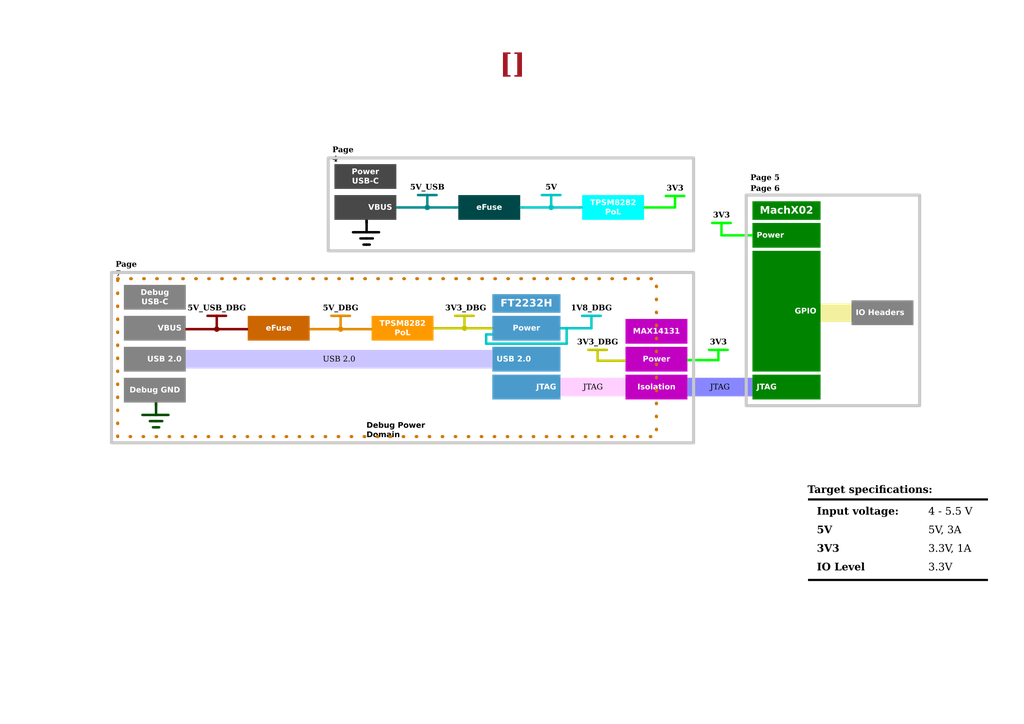
<source format=kicad_sch>
(kicad_sch
	(version 20250114)
	(generator "eeschema")
	(generator_version "9.0")
	(uuid "d4440dba-022e-49b2-97f2-6fc1871c7304")
	(paper "A3")
	(title_block
		(title "Block Diagram")
		(date "Last Modified Date")
		(rev "${REVISION}")
		(company "${COMPANY}")
	)
	(lib_symbols)
	(circle
		(center 190.5 134.62)
		(radius 1.016)
		(stroke
			(width 0)
			(type solid)
			(color 194 194 0 1)
		)
		(fill
			(type color)
			(color 194 194 0 1)
		)
		(uuid 0b05f65a-dd9f-4ded-b51d-3b5d1d7e0313)
	)
	(rectangle
		(start 45.72 111.76)
		(end 284.48 181.61)
		(stroke
			(width 1.27)
			(type default)
			(color 200 200 200 1)
		)
		(fill
			(type none)
		)
		(uuid 27e69ee0-00fa-4b2a-a06e-8efb2523a327)
	)
	(rectangle
		(start 76.2 134.62)
		(end 77.47 135.382)
		(stroke
			(width 0.25)
			(type solid)
			(color 132 0 0 1)
		)
		(fill
			(type color)
			(color 132 0 0 1)
		)
		(uuid 2b12f739-ec31-4776-a5aa-3e5f53be5c81)
	)
	(rectangle
		(start 200.66 134.239)
		(end 201.93 135.001)
		(stroke
			(width 0.25)
			(type solid)
			(color 194 194 0 1)
		)
		(fill
			(type color)
			(color 194 194 0 1)
		)
		(uuid 2cd76b71-ad1c-4229-9c72-669beca40139)
	)
	(rectangle
		(start 177.8 134.239)
		(end 179.07 135.001)
		(stroke
			(width 0.25)
			(type solid)
			(color 194 194 0 1)
		)
		(fill
			(type color)
			(color 194 194 0 1)
		)
		(uuid 2d2b7e7c-e21a-4050-b9c4-3f6d9642c3bc)
	)
	(rectangle
		(start 199.39 136.779)
		(end 201.93 137.541)
		(stroke
			(width 0.25)
			(type solid)
			(color 0 194 194 1)
		)
		(fill
			(type color)
			(color 0 194 194 1)
		)
		(uuid 2e623152-95ec-422f-9e47-b54dc992bae4)
	)
	(rectangle
		(start 237.49 84.709)
		(end 238.76 85.471)
		(stroke
			(width 0.25)
			(type solid)
			(color 0 194 194 1)
		)
		(fill
			(type color)
			(color 0 194 194 1)
		)
		(uuid 2f62d0c2-938f-4173-8311-74c7db1cba42)
	)
	(rectangle
		(start 134.62 64.77)
		(end 284.48 102.87)
		(stroke
			(width 1.27)
			(type default)
			(color 200 200 200 1)
		)
		(fill
			(type none)
		)
		(uuid 46b77ab0-981b-4a58-b16d-165109a3fd0d)
	)
	(circle
		(center 139.7 135.001)
		(radius 1.016)
		(stroke
			(width 0)
			(type solid)
			(color 221 133 0 1)
		)
		(fill
			(type color)
			(color 221 133 0 1)
		)
		(uuid 60891a2b-66d0-44a2-b191-3566f7d8db59)
	)
	(circle
		(center 88.9 135.001)
		(radius 1.016)
		(stroke
			(width 0)
			(type solid)
			(color 132 0 0 1)
		)
		(fill
			(type color)
			(color 132 0 0 1)
		)
		(uuid 67bd0ca8-5f83-41d6-9275-1c3c1a6d0581)
	)
	(circle
		(center 226.06 85.09)
		(radius 1.016)
		(stroke
			(width 0)
			(type solid)
			(color 0 194 194 1)
		)
		(fill
			(type color)
			(color 0 194 194 1)
		)
		(uuid 7210ff3f-e86b-42c1-b103-ef1cc01215e5)
	)
	(rectangle
		(start 308.61 96.139)
		(end 307.34 96.901)
		(stroke
			(width 0.25)
			(type solid)
			(color 0 255 0 1)
		)
		(fill
			(type color)
			(color 0 255 0 1)
		)
		(uuid 7e813f6e-43f5-40a5-bd62-8386e1cf53ae)
	)
	(rectangle
		(start 127 134.62)
		(end 128.27 135.382)
		(stroke
			(width 0.25)
			(type solid)
			(color 221 133 0 1)
		)
		(fill
			(type color)
			(color 221 133 0 1)
		)
		(uuid 7f80ae68-5d31-44eb-b373-ac1283738b42)
	)
	(rectangle
		(start 331.47 237.49)
		(end 405.13 238.252)
		(stroke
			(width 0)
			(type default)
			(color 0 0 0 1)
		)
		(fill
			(type color)
			(color 0 0 0 1)
		)
		(uuid 8956a1c0-282a-4b1e-927b-8bc74278d14f)
	)
	(rectangle
		(start 255.27 147.574)
		(end 256.54 148.336)
		(stroke
			(width 0.25)
			(type solid)
			(color 194 194 0 1)
		)
		(fill
			(type color)
			(color 194 194 0 1)
		)
		(uuid 937a871f-efa5-414d-8949-710ed77d75a1)
	)
	(rectangle
		(start 229.87 134.239)
		(end 231.14 135.001)
		(stroke
			(width 0.25)
			(type solid)
			(color 0 194 194 1)
		)
		(fill
			(type color)
			(color 0 194 194 1)
		)
		(uuid ae3e4ce0-2c2c-4926-a0fb-0352c6f83cb9)
	)
	(circle
		(center 175.26 85.09)
		(radius 1.016)
		(stroke
			(width 0)
			(type solid)
			(color 0 132 132 1)
		)
		(fill
			(type color)
			(color 0 132 132 1)
		)
		(uuid afa0b0c2-4630-4d2c-afe4-5d5fd498df93)
	)
	(rectangle
		(start 149.86 90.17)
		(end 150.876 91.44)
		(stroke
			(width 0.001)
			(type default)
			(color 0 0 0 1)
		)
		(fill
			(type color)
			(color 0 0 0 1)
		)
		(uuid b6cc7f49-3c12-414e-ab32-f5cac456c2ba)
	)
	(rectangle
		(start 151.13 134.62)
		(end 152.4 135.382)
		(stroke
			(width 0.25)
			(type solid)
			(color 221 133 0 1)
		)
		(fill
			(type color)
			(color 221 133 0 1)
		)
		(uuid b752bf99-7a54-4bb0-9272-384c13575a0e)
	)
	(rectangle
		(start 162.56 84.709)
		(end 163.83 85.471)
		(stroke
			(width 0.25)
			(type solid)
			(color 0 132 132 1)
		)
		(fill
			(type color)
			(color 0 132 132 1)
		)
		(uuid bb37314f-bd88-4212-9b08-f88d27d54436)
	)
	(rectangle
		(start 264.16 84.709)
		(end 265.43 85.471)
		(stroke
			(width 0.25)
			(type solid)
			(color 0 255 0 1)
		)
		(fill
			(type color)
			(color 0 255 0 1)
		)
		(uuid c887114f-bfec-43a8-b111-876c631bb17b)
	)
	(rectangle
		(start 63.5 165.1)
		(end 64.516 166.37)
		(stroke
			(width 0.001)
			(type default)
			(color 0 72 0 1)
		)
		(fill
			(type color)
			(color 0 72 0 1)
		)
		(uuid cc2f33dc-1176-4b42-bd6f-a56868a72081)
	)
	(rectangle
		(start 331.47 204.47)
		(end 405.13 205.232)
		(stroke
			(width 0)
			(type default)
			(color 0 0 0 1)
		)
		(fill
			(type color)
			(color 0 0 0 1)
		)
		(uuid d631d51a-2515-45dc-a2c0-e57c4fee46cd)
	)
	(rectangle
		(start 281.94 147.32)
		(end 283.21 148.082)
		(stroke
			(width 0.25)
			(type solid)
			(color 0 255 0 1)
		)
		(fill
			(type color)
			(color 0 255 0 1)
		)
		(uuid e8823451-aac2-4198-90fd-2c30b24ad14e)
	)
	(rectangle
		(start 186.69 84.709)
		(end 187.96 85.471)
		(stroke
			(width 0.25)
			(type solid)
			(color 0 132 132 1)
		)
		(fill
			(type color)
			(color 0 132 132 1)
		)
		(uuid ed25ba16-a52a-4a1e-82ac-7ac522d897e4)
	)
	(rectangle
		(start 100.33 134.62)
		(end 101.6 135.382)
		(stroke
			(width 0.25)
			(type solid)
			(color 132 0 0 1)
		)
		(fill
			(type color)
			(color 132 0 0 1)
		)
		(uuid ed4af569-d768-45cc-a556-c876c1b3452d)
	)
	(rectangle
		(start 213.36 84.709)
		(end 214.63 85.471)
		(stroke
			(width 0.25)
			(type solid)
			(color 0 194 194 1)
		)
		(fill
			(type color)
			(color 0 194 194 1)
		)
		(uuid ee9db66e-94f1-41a3-aa14-9dbedce0de29)
	)
	(rectangle
		(start 48.26 114.3)
		(end 269.24 179.07)
		(stroke
			(width 1.27)
			(type dot)
			(color 200 111 0 0.5)
		)
		(fill
			(type none)
		)
		(uuid fe91023e-63e5-4189-bcdf-831416f746fa)
	)
	(rectangle
		(start 306.07 80.01)
		(end 377.19 166.37)
		(stroke
			(width 1.27)
			(type default)
			(color 200 200 200 1)
		)
		(fill
			(type none)
		)
		(uuid fffdd304-36ac-4f08-b28d-e34474e92bab)
	)
	(text "3V3"
		(exclude_from_sim no)
		(at 295.91 90.424 0)
		(effects
			(font
				(face "Times New Roman")
				(size 2.286 2.286)
				(thickness 0.4572)
				(bold yes)
				(color 0 0 0 1)
			)
			(justify bottom)
		)
		(uuid "24a4e080-351a-43fd-8642-9957d7b8be7f")
	)
	(text "5V_USB"
		(exclude_from_sim no)
		(at 175.26 78.994 0)
		(effects
			(font
				(face "Times New Roman")
				(size 2.286 2.286)
				(thickness 0.4572)
				(bold yes)
				(color 0 0 0 1)
			)
			(justify bottom)
		)
		(uuid "277a8c14-1bf0-4399-b916-8eef2f89fbf1")
	)
	(text "1V8_DBG"
		(exclude_from_sim no)
		(at 242.57 128.524 0)
		(effects
			(font
				(face "Times New Roman")
				(size 2.286 2.286)
				(thickness 0.4572)
				(bold yes)
				(color 0 0 0 1)
			)
			(justify bottom)
		)
		(uuid "6b5a5b65-69b5-4f7b-831b-2ece0ca77fc6")
	)
	(text "3V3"
		(exclude_from_sim no)
		(at 276.86 79.375 0)
		(effects
			(font
				(face "Times New Roman")
				(size 2.286 2.286)
				(thickness 0.4572)
				(bold yes)
				(color 0 0 0 1)
			)
			(justify bottom)
		)
		(uuid "7ed2eaf8-0589-4af8-aff0-c2b272f1e327")
	)
	(text "3V3_DBG"
		(exclude_from_sim no)
		(at 245.11 142.494 0)
		(effects
			(font
				(face "Times New Roman")
				(size 2.286 2.286)
				(thickness 0.4572)
				(bold yes)
				(color 0 0 0 1)
			)
			(justify bottom)
		)
		(uuid "9cdbad39-b61c-49e9-bc0b-280601f06bc3")
	)
	(text "3V3_DBG"
		(exclude_from_sim no)
		(at 191.008 128.524 0)
		(effects
			(font
				(face "Times New Roman")
				(size 2.286 2.286)
				(thickness 0.4572)
				(bold yes)
				(color 0 0 0 1)
			)
			(justify bottom)
		)
		(uuid "a08d5412-8f4e-4c27-b4b8-e4a5abae54d5")
	)
	(text "5V"
		(exclude_from_sim no)
		(at 226.06 78.994 0)
		(effects
			(font
				(face "Times New Roman")
				(size 2.286 2.286)
				(thickness 0.4572)
				(bold yes)
				(color 0 0 0 1)
			)
			(justify bottom)
		)
		(uuid "a574fbe9-ecf3-4810-96c6-bc66a8eeed3e")
	)
	(text "5V_USB_DBG"
		(exclude_from_sim no)
		(at 88.9 128.524 0)
		(effects
			(font
				(face "Times New Roman")
				(size 2.286 2.286)
				(thickness 0.4572)
				(bold yes)
				(color 0 0 0 1)
			)
			(justify bottom)
		)
		(uuid "dfbaec8d-5818-41f4-939e-1b460d3e9276")
	)
	(text "5V_DBG"
		(exclude_from_sim no)
		(at 139.7 128.524 0)
		(effects
			(font
				(face "Times New Roman")
				(size 2.286 2.286)
				(thickness 0.4572)
				(bold yes)
				(color 0 0 0 1)
			)
			(justify bottom)
		)
		(uuid "f5036d2b-297b-4209-ad37-45be55e968b7")
	)
	(text "3V3"
		(exclude_from_sim no)
		(at 294.64 142.494 0)
		(effects
			(font
				(face "Times New Roman")
				(size 2.286 2.286)
				(thickness 0.4572)
				(bold yes)
				(color 0 0 0 1)
			)
			(justify bottom)
		)
		(uuid "f78f3271-9a8e-42d7-b978-6ccc9de8d536")
	)
	(text_box "5V"
		(exclude_from_sim no)
		(at 332.74 213.36 0)
		(size 41.91 7.62)
		(margins 2.2859 2.2859 2.2859 2.2859)
		(stroke
			(width -0.0001)
			(type solid)
		)
		(fill
			(type none)
		)
		(effects
			(font
				(face "Times New Roman")
				(size 3.048 3.048)
				(thickness 0.4572)
				(bold yes)
				(color 0 0 0 1)
			)
			(justify left top)
		)
		(uuid "094af17b-7d27-428a-ac7d-32c4461d72c7")
	)
	(text_box "Page 6"
		(exclude_from_sim no)
		(at 306.07 74.295 0)
		(size 24.765 5.08)
		(margins 1.7144 1.7144 1.7144 1.7144)
		(stroke
			(width -0.0001)
			(type solid)
		)
		(fill
			(type none)
		)
		(effects
			(font
				(face "Times New Roman")
				(size 2.286 2.286)
				(thickness 0.4572)
				(bold yes)
				(color 0 0 0 1)
			)
			(justify left top)
			(href "#6")
		)
		(uuid "099e5a8e-43e2-4876-9ceb-0c190a31c346")
	)
	(text_box "GPIO"
		(exclude_from_sim no)
		(at 308.61 102.87 0)
		(size 27.94 49.53)
		(margins 1.7144 1.7144 1.7144 1.7144)
		(stroke
			(width -0.0001)
			(type solid)
		)
		(fill
			(type color)
			(color 0 132 0 1)
		)
		(effects
			(font
				(face "Arial")
				(size 2.286 2.286)
				(bold yes)
				(color 255 255 255 1)
			)
			(justify right)
		)
		(uuid "0a437878-396d-4cde-9363-346102010cea")
	)
	(text_box "TPSM8282 PoL"
		(exclude_from_sim no)
		(at 238.76 80.01 0)
		(size 25.4 10.16)
		(margins 1.7144 1.7144 1.7144 1.7144)
		(stroke
			(width -0.0001)
			(type solid)
		)
		(fill
			(type color)
			(color 0 255 255 1)
		)
		(effects
			(font
				(face "Arial")
				(size 2.286 2.286)
				(bold yes)
				(color 255 255 255 1)
			)
		)
		(uuid "0bcef93b-e612-423a-a300-deed1156dd16")
	)
	(text_box "eFuse"
		(exclude_from_sim no)
		(at 187.96 80.01 0)
		(size 25.4 10.16)
		(margins 1.7144 1.7144 1.7144 1.7144)
		(stroke
			(width -0.0001)
			(type solid)
		)
		(fill
			(type color)
			(color 0 72 72 1)
		)
		(effects
			(font
				(face "Arial")
				(size 2.286 2.286)
				(bold yes)
				(color 255 255 255 1)
			)
		)
		(uuid "0c7cdb8b-8722-4bd3-af27-970392968c2e")
	)
	(text_box "JTAG"
		(exclude_from_sim no)
		(at 281.94 154.94 0)
		(size 26.67 7.62)
		(margins 1.7144 1.7144 1.7144 1.7144)
		(stroke
			(width -0.0001)
			(type solid)
		)
		(fill
			(type color)
			(color 136 135 255 1)
		)
		(effects
			(font
				(face "Times New Roman")
				(size 2.286 2.286)
				(italic yes)
				(color 0 0 0 1)
			)
		)
		(uuid "0ec50ac6-bccc-43a8-8ef8-cfce257f601f")
	)
	(text_box "JTAG"
		(exclude_from_sim no)
		(at 308.61 153.67 0)
		(size 27.94 10.16)
		(margins 1.7144 1.7144 1.7144 1.7144)
		(stroke
			(width -0.0001)
			(type solid)
		)
		(fill
			(type color)
			(color 0 132 0 1)
		)
		(effects
			(font
				(face "Arial")
				(size 2.286 2.286)
				(bold yes)
				(color 255 255 255 1)
			)
			(justify left)
		)
		(uuid "12f1cdf7-59dc-4ecd-8fb6-0f8b574fcf1a")
	)
	(text_box "Page 5"
		(exclude_from_sim no)
		(at 306.07 69.85 0)
		(size 24.765 5.08)
		(margins 1.7144 1.7144 1.7144 1.7144)
		(stroke
			(width -0.0001)
			(type solid)
		)
		(fill
			(type none)
		)
		(effects
			(font
				(face "Times New Roman")
				(size 2.286 2.286)
				(thickness 0.4572)
				(bold yes)
				(color 0 0 0 1)
			)
			(justify left top)
			(href "#5")
		)
		(uuid "144c34b2-02e7-4bd4-ba85-ee2dbbbde65b")
	)
	(text_box "3V3"
		(exclude_from_sim no)
		(at 332.74 220.98 0)
		(size 43.18 7.62)
		(margins 2.2859 2.2859 2.2859 2.2859)
		(stroke
			(width -0.0001)
			(type solid)
		)
		(fill
			(type none)
		)
		(effects
			(font
				(face "Times New Roman")
				(size 3.048 3.048)
				(thickness 0.4572)
				(bold yes)
				(color 0 0 0 1)
			)
			(justify left top)
		)
		(uuid "16ff5c12-a59a-498f-9a58-8440cea84b9d")
	)
	(text_box "JTAG"
		(exclude_from_sim no)
		(at 229.87 154.94 0)
		(size 26.67 7.62)
		(margins 1.7144 1.7144 1.7144 1.7144)
		(stroke
			(width -0.0001)
			(type solid)
		)
		(fill
			(type color)
			(color 255 207 255 1)
		)
		(effects
			(font
				(face "Times New Roman")
				(size 2.286 2.286)
				(italic yes)
				(color 0 0 0 1)
			)
		)
		(uuid "1e8e4ca5-0259-4f35-8342-be5dcb922d3f")
	)
	(text_box "eFuse"
		(exclude_from_sim no)
		(at 101.6 129.54 0)
		(size 25.4 10.16)
		(margins 1.7144 1.7144 1.7144 1.7144)
		(stroke
			(width -0.0001)
			(type solid)
		)
		(fill
			(type color)
			(color 204 102 0 1)
		)
		(effects
			(font
				(face "Arial")
				(size 2.286 2.286)
				(bold yes)
				(color 255 255 255 1)
			)
		)
		(uuid "1f676e21-8d4a-453f-8a65-d6b1cf80d2a9")
	)
	(text_box "Power USB-C"
		(exclude_from_sim no)
		(at 137.16 67.31 0)
		(size 25.4 10.16)
		(margins 1.7144 1.7144 1.7144 1.7144)
		(stroke
			(width -0.0001)
			(type solid)
		)
		(fill
			(type color)
			(color 72 72 72 1)
		)
		(effects
			(font
				(face "Arial")
				(size 2.286 2.286)
				(bold yes)
				(color 255 255 255 1)
			)
		)
		(uuid "337abe67-4232-4d2f-9058-30779432a7a0")
	)
	(text_box "FT2232H"
		(exclude_from_sim no)
		(at 201.93 120.65 0)
		(size 27.94 7.62)
		(margins 2.2859 2.2859 2.2859 2.2859)
		(stroke
			(width -0.0001)
			(type solid)
		)
		(fill
			(type color)
			(color 74 155 203 1)
		)
		(effects
			(font
				(face "Arial")
				(size 3.048 3.048)
				(bold yes)
				(color 255 255 255 1)
			)
		)
		(uuid "343cdd87-de8f-4478-a7f5-64a161262aaa")
	)
	(text_box "Input voltage:"
		(exclude_from_sim no)
		(at 332.74 205.74 0)
		(size 41.91 7.62)
		(margins 2.2859 2.2859 2.2859 2.2859)
		(stroke
			(width -0.0001)
			(type default)
		)
		(fill
			(type none)
		)
		(effects
			(font
				(face "Times New Roman")
				(size 3.048 3.048)
				(thickness 0.4572)
				(bold yes)
				(color 0 0 0 1)
			)
			(justify left top)
		)
		(uuid "347e7e61-7c93-449c-8c65-b1d74937394e")
	)
	(text_box "3.3V"
		(exclude_from_sim no)
		(at 378.46 228.6 0)
		(size 26.67 7.62)
		(margins 2.2859 2.2859 2.2859 2.2859)
		(stroke
			(width -0.0001)
			(type solid)
		)
		(fill
			(type none)
		)
		(effects
			(font
				(face "Times New Roman")
				(size 3.048 3.048)
				(color 0 0 0 1)
			)
			(justify left top)
		)
		(uuid "37354c60-dbdb-4aa1-a2b0-e6db1fd7a12e")
	)
	(text_box "3.3V, 1A"
		(exclude_from_sim no)
		(at 378.46 220.98 0)
		(size 26.67 7.62)
		(margins 2.2859 2.2859 2.2859 2.2859)
		(stroke
			(width -0.0001)
			(type solid)
		)
		(fill
			(type none)
		)
		(effects
			(font
				(face "Times New Roman")
				(size 3.048 3.048)
				(color 0 0 0 1)
			)
			(justify left top)
		)
		(uuid "3d9a8928-04fd-4c32-8894-e3210045027d")
	)
	(text_box "JTAG"
		(exclude_from_sim no)
		(at 201.93 153.67 0)
		(size 27.94 10.16)
		(margins 1.7144 1.7144 1.7144 1.7144)
		(stroke
			(width -0.0001)
			(type solid)
		)
		(fill
			(type color)
			(color 74 155 203 1)
		)
		(effects
			(font
				(face "Arial")
				(size 2.286 2.286)
				(bold yes)
				(color 255 255 255 1)
			)
			(justify right)
		)
		(uuid "50f3167e-d782-49e1-bdd6-bbf9d1bb4c20")
	)
	(text_box "Debug Power Domain"
		(exclude_from_sim no)
		(at 148.59 171.45 0)
		(size 36.83 6.35)
		(margins 1.7144 1.7144 1.7144 1.7144)
		(stroke
			(width -0.0001)
			(type solid)
		)
		(fill
			(type none)
		)
		(effects
			(font
				(face "Arial")
				(size 2.286 2.286)
				(thickness 0.254)
				(bold yes)
				(color 0 0 0 1)
			)
			(justify left top)
		)
		(uuid "55da071a-53cc-469d-81bd-fbd3ddd5120c")
	)
	(text_box "Page 7"
		(exclude_from_sim no)
		(at 45.72 105.41 0)
		(size 13.97 5.08)
		(margins 1.7144 1.7144 1.7144 1.7144)
		(stroke
			(width -0.0001)
			(type solid)
		)
		(fill
			(type none)
		)
		(effects
			(font
				(face "Times New Roman")
				(size 2.286 2.286)
				(thickness 0.4572)
				(bold yes)
				(color 0 0 0 1)
			)
			(justify left top)
			(href "#7")
		)
		(uuid "5abbc5c6-41e5-415e-bd98-64dd5c28ce64")
	)
	(text_box "Page 4"
		(exclude_from_sim no)
		(at 134.62 58.42 0)
		(size 13.97 5.08)
		(margins 1.7144 1.7144 1.7144 1.7144)
		(stroke
			(width -0.0001)
			(type solid)
		)
		(fill
			(type none)
		)
		(effects
			(font
				(face "Times New Roman")
				(size 2.286 2.286)
				(thickness 0.4572)
				(bold yes)
				(color 0 0 0 1)
			)
			(justify left top)
			(href "#4")
		)
		(uuid "5f7a0363-be7d-4b6f-9183-a7ad7c346645")
	)
	(text_box "USB 2.0"
		(exclude_from_sim no)
		(at 201.93 142.24 0)
		(size 27.94 10.16)
		(margins 1.7144 1.7144 1.7144 1.7144)
		(stroke
			(width -0.0001)
			(type solid)
		)
		(fill
			(type color)
			(color 74 155 203 1)
		)
		(effects
			(font
				(face "Arial")
				(size 2.286 2.286)
				(bold yes)
				(color 255 255 255 1)
			)
			(justify left)
		)
		(uuid "6fe77391-dc69-4b30-a68d-64d9f5a782a5")
	)
	(text_box "[${#}] ${SHEETNAME}"
		(exclude_from_sim no)
		(at 144.78 20.32 0)
		(size 130.81 12.7)
		(margins 5.9999 5.9999 5.9999 5.9999)
		(stroke
			(width -0.0001)
			(type solid)
		)
		(fill
			(type none)
		)
		(effects
			(font
				(face "Times New Roman")
				(size 8 8)
				(thickness 1.2)
				(bold yes)
				(color 162 22 34 1)
			)
		)
		(uuid "73b2b29c-2473-4e80-be0b-4f57c6856c3e")
	)
	(text_box "Power"
		(exclude_from_sim no)
		(at 308.61 91.44 0)
		(size 27.94 10.16)
		(margins 1.7144 1.7144 1.7144 1.7144)
		(stroke
			(width -0.0001)
			(type solid)
		)
		(fill
			(type color)
			(color 0 132 0 1)
		)
		(effects
			(font
				(face "Arial")
				(size 2.286 2.286)
				(bold yes)
				(color 255 255 255 1)
			)
			(justify left)
		)
		(uuid "8584ce3f-3c65-481a-a250-112f2a1bd127")
	)
	(text_box "Target specifications:"
		(exclude_from_sim no)
		(at 328.93 196.85 0)
		(size 73.66 7.62)
		(margins 2.2859 2.2859 2.2859 2.2859)
		(stroke
			(width -0.0001)
			(type default)
		)
		(fill
			(type none)
		)
		(effects
			(font
				(face "Times New Roman")
				(size 3.048 3.048)
				(thickness 0.4572)
				(bold yes)
				(color 0 0 0 1)
			)
			(justify left top)
		)
		(uuid "874bfc99-fafe-40d4-b7af-9ddb98b61eea")
	)
	(text_box "5V, 3A"
		(exclude_from_sim no)
		(at 378.46 213.36 0)
		(size 26.67 7.62)
		(margins 2.2859 2.2859 2.2859 2.2859)
		(stroke
			(width -0.0001)
			(type solid)
		)
		(fill
			(type none)
		)
		(effects
			(font
				(face "Times New Roman")
				(size 3.048 3.048)
				(color 0 0 0 1)
			)
			(justify left top)
		)
		(uuid "8d13c5b4-c5e0-49ad-8e30-5a14333c15f4")
	)
	(text_box "MachX02"
		(exclude_from_sim no)
		(at 308.61 82.55 0)
		(size 27.94 7.62)
		(margins 2.2859 2.2859 2.2859 2.2859)
		(stroke
			(width -0.0001)
			(type solid)
		)
		(fill
			(type color)
			(color 0 132 0 1)
		)
		(effects
			(font
				(face "Arial")
				(size 3.048 3.048)
				(bold yes)
				(color 255 255 255 1)
			)
		)
		(uuid "9aa14eea-e1de-4fb1-a496-803410321983")
	)
	(text_box "Power"
		(exclude_from_sim no)
		(at 201.93 129.54 0)
		(size 27.94 10.16)
		(margins 1.7144 1.7144 1.7144 1.7144)
		(stroke
			(width -0.0001)
			(type solid)
		)
		(fill
			(type color)
			(color 74 155 203 1)
		)
		(effects
			(font
				(face "Arial")
				(size 2.286 2.286)
				(bold yes)
				(color 255 255 255 1)
			)
		)
		(uuid "a667946b-0686-45a6-bda4-60cc1a543d41")
	)
	(text_box "4 - 5.5 V"
		(exclude_from_sim no)
		(at 378.46 205.74 0)
		(size 29.21 7.62)
		(margins 2.2859 2.2859 2.2859 2.2859)
		(stroke
			(width -0.0001)
			(type solid)
		)
		(fill
			(type none)
		)
		(effects
			(font
				(face "Times New Roman")
				(size 3.048 3.048)
				(color 0 0 0 1)
			)
			(justify left top)
		)
		(uuid "aa388299-5267-444a-a70f-fbbbf3a9efdc")
	)
	(text_box "USB 2.0"
		(exclude_from_sim no)
		(at 76.2 143.51 0)
		(size 125.73 7.62)
		(margins 1.7144 1.7144 1.7144 1.7144)
		(stroke
			(width -0.0001)
			(type solid)
		)
		(fill
			(type color)
			(color 202 196 255 1)
		)
		(effects
			(font
				(face "Times New Roman")
				(size 2.286 2.286)
				(italic yes)
				(color 0 0 0 1)
			)
		)
		(uuid "aa998d6e-e21f-4fd9-aba4-857d1e21f78f")
	)
	(text_box "TPSM8282 PoL"
		(exclude_from_sim no)
		(at 152.4 129.54 0)
		(size 25.4 10.16)
		(margins 1.7144 1.7144 1.7144 1.7144)
		(stroke
			(width -0.0001)
			(type solid)
		)
		(fill
			(type color)
			(color 255 153 0 1)
		)
		(effects
			(font
				(face "Arial")
				(size 2.286 2.286)
				(bold yes)
				(color 255 255 255 1)
			)
		)
		(uuid "b697ebd6-dd92-497a-b40d-cb12db80e825")
	)
	(text_box "USB 2.0"
		(exclude_from_sim no)
		(at 50.8 142.24 0)
		(size 25.4 10.16)
		(margins 1.7144 1.7144 1.7144 1.7144)
		(stroke
			(width -0.0001)
			(type solid)
		)
		(fill
			(type color)
			(color 132 132 132 1)
		)
		(effects
			(font
				(face "Arial")
				(size 2.286 2.286)
				(bold yes)
				(color 255 255 255 1)
			)
			(justify right)
		)
		(uuid "c721dd6d-b0d1-4f36-81b4-f3cde5bf4761")
	)
	(text_box "Debug USB-C"
		(exclude_from_sim no)
		(at 50.8 116.84 0)
		(size 25.4 10.16)
		(margins 1.7144 1.7144 1.7144 1.7144)
		(stroke
			(width -0.0001)
			(type solid)
		)
		(fill
			(type color)
			(color 132 132 132 1)
		)
		(effects
			(font
				(face "Arial")
				(size 2.286 2.286)
				(bold yes)
				(color 255 255 255 1)
			)
		)
		(uuid "c721e14f-f655-4cc5-807c-1bc3d71486f8")
	)
	(text_box "VBUS"
		(exclude_from_sim no)
		(at 50.8 129.54 0)
		(size 25.4 10.16)
		(margins 1.7144 1.7144 1.7144 1.7144)
		(stroke
			(width -0.0001)
			(type solid)
		)
		(fill
			(type color)
			(color 132 132 132 1)
		)
		(effects
			(font
				(face "Arial")
				(size 2.286 2.286)
				(bold yes)
				(color 255 255 255 1)
			)
			(justify right)
		)
		(uuid "c8c0e7d1-234f-4ee5-aa83-5e9cd346f707")
	)
	(text_box "Debug GND"
		(exclude_from_sim no)
		(at 50.8 154.94 0)
		(size 25.4 10.16)
		(margins 1.7144 1.7144 1.7144 1.7144)
		(stroke
			(width -0.0001)
			(type solid)
		)
		(fill
			(type color)
			(color 132 132 132 1)
		)
		(effects
			(font
				(face "Arial")
				(size 2.286 2.286)
				(bold yes)
				(color 255 255 255 1)
			)
		)
		(uuid "da09c47d-8bd0-48d8-a041-9071faf76ff0")
	)
	(text_box "Isolation"
		(exclude_from_sim no)
		(at 256.54 153.67 0)
		(size 25.4 10.16)
		(margins 1.7144 1.7144 1.7144 1.7144)
		(stroke
			(width -0.0001)
			(type solid)
		)
		(fill
			(type color)
			(color 194 0 194 1)
		)
		(effects
			(font
				(face "Arial")
				(size 2.286 2.286)
				(bold yes)
				(color 255 255 255 1)
			)
		)
		(uuid "dfbb14e2-7ed7-4ab1-a30c-2cbf010b537f")
	)
	(text_box "IO Headers"
		(exclude_from_sim no)
		(at 349.25 123.19 0)
		(size 25.4 10.16)
		(margins 1.7144 1.7144 1.7144 1.7144)
		(stroke
			(width -0.0001)
			(type solid)
		)
		(fill
			(type color)
			(color 132 132 132 1)
		)
		(effects
			(font
				(face "Arial")
				(size 2.286 2.286)
				(bold yes)
				(color 255 255 255 1)
			)
			(justify left)
		)
		(uuid "e1be3eb0-38e3-4739-9914-96145a78f203")
	)
	(text_box "VBUS"
		(exclude_from_sim no)
		(at 137.16 80.01 0)
		(size 25.4 10.16)
		(margins 1.7144 1.7144 1.7144 1.7144)
		(stroke
			(width -0.0001)
			(type solid)
		)
		(fill
			(type color)
			(color 72 72 72 1)
		)
		(effects
			(font
				(face "Arial")
				(size 2.286 2.286)
				(bold yes)
				(color 255 255 255 1)
			)
			(justify right)
		)
		(uuid "e1f604cd-4207-4fe6-a6de-7b3b3c6c8130")
	)
	(text_box "MAX14131"
		(exclude_from_sim no)
		(at 256.54 130.81 0)
		(size 25.4 10.16)
		(margins 1.7144 1.7144 1.7144 1.7144)
		(stroke
			(width -0.0001)
			(type solid)
		)
		(fill
			(type color)
			(color 194 0 194 1)
		)
		(effects
			(font
				(face "Arial")
				(size 2.286 2.286)
				(bold yes)
				(color 255 255 255 1)
			)
		)
		(uuid "e33adafb-cabd-4d82-811d-37773abc0133")
	)
	(text_box ""
		(exclude_from_sim no)
		(at 336.55 124.46 0)
		(size 12.7 7.62)
		(margins 1.1429 1.1429 1.1429 1.1429)
		(stroke
			(width -0.0001)
			(type solid)
		)
		(fill
			(type color)
			(color 243 240 160 1)
		)
		(effects
			(font
				(face "Times New Roman")
				(size 1.524 1.524)
				(italic yes)
				(color 0 0 0 1)
			)
		)
		(uuid "f514b07d-28a4-4ee3-8546-44ad4be30388")
	)
	(text_box "IO Level"
		(exclude_from_sim no)
		(at 332.74 228.6 0)
		(size 44.45 7.62)
		(margins 2.2859 2.2859 2.2859 2.2859)
		(stroke
			(width -0.0001)
			(type solid)
		)
		(fill
			(type none)
		)
		(effects
			(font
				(face "Times New Roman")
				(size 3.048 3.048)
				(thickness 0.4572)
				(bold yes)
				(color 0 0 0 1)
			)
			(justify left top)
		)
		(uuid "f73ecd5d-28d4-4dc6-ad8d-2c156959b733")
	)
	(text_box "Power"
		(exclude_from_sim no)
		(at 256.54 142.24 0)
		(size 25.4 10.16)
		(margins 1.7144 1.7144 1.7144 1.7144)
		(stroke
			(width -0.0001)
			(type solid)
		)
		(fill
			(type color)
			(color 194 0 194 1)
		)
		(effects
			(font
				(face "Arial")
				(size 2.286 2.286)
				(bold yes)
				(color 255 255 255 1)
			)
		)
		(uuid "fdae1665-bb74-4636-9757-d49d8072cee4")
	)
	(polyline
		(pts
			(xy 255.27 147.955) (xy 245.11 147.955)
		)
		(stroke
			(width 1.016)
			(type solid)
			(color 194 194 0 1)
		)
		(uuid "001d8a16-1192-460e-9178-8e9b9f27e43a")
	)
	(polyline
		(pts
			(xy 248.92 143.51) (xy 245.11 143.51)
		)
		(stroke
			(width 1.016)
			(type solid)
			(color 194 194 0 1)
		)
		(uuid "0078899f-8874-4a6e-8473-bf75b2afe449")
	)
	(polyline
		(pts
			(xy 175.26 85.09) (xy 186.69 85.09)
		)
		(stroke
			(width 1.016)
			(type solid)
			(color 0 132 132 1)
		)
		(uuid "022d3b8e-1328-459c-8622-c3b6af87b07c")
	)
	(polyline
		(pts
			(xy 226.06 80.01) (xy 229.87 80.01)
		)
		(stroke
			(width 1.016)
			(type solid)
			(color 0 194 194 1)
		)
		(uuid "02c7f232-58ff-486c-82c0-b97af9f528ee")
	)
	(polyline
		(pts
			(xy 150.368 100.33) (xy 149.098 100.33)
		)
		(stroke
			(width 1.016)
			(type default)
			(color 0 0 0 1)
		)
		(uuid "056bd060-e17b-4146-bac9-683b8edfdccf")
	)
	(polyline
		(pts
			(xy 128.27 135.001) (xy 139.7 135.001)
		)
		(stroke
			(width 1.016)
			(type solid)
			(color 221 133 0 1)
		)
		(uuid "075d3902-2026-4cee-9054-f5493a3ebf19")
	)
	(polyline
		(pts
			(xy 226.06 85.09) (xy 237.49 85.09)
		)
		(stroke
			(width 1.016)
			(type solid)
			(color 0 194 194 1)
		)
		(uuid "0cc22512-9a16-4585-94a3-4ccb3127945c")
	)
	(polyline
		(pts
			(xy 150.368 97.79) (xy 147.828 97.79)
		)
		(stroke
			(width 1.016)
			(type default)
			(color 0 0 0 1)
		)
		(uuid "100775f5-2a2f-4772-8069-9bb45eb4d5c1")
	)
	(polyline
		(pts
			(xy 144.78 95.25) (xy 150.368 95.25)
		)
		(stroke
			(width 1.016)
			(type default)
			(color 0 0 0 1)
		)
		(uuid "1ea34c70-a3f2-4582-b848-845b89b0ffda")
	)
	(polyline
		(pts
			(xy 190.5 129.54) (xy 190.5 134.62)
		)
		(stroke
			(width 1.016)
			(type solid)
			(color 194 194 0 1)
		)
		(uuid "22aa38f8-ea2a-4af9-a4da-1189b4a44b3d")
	)
	(polyline
		(pts
			(xy 64.008 175.26) (xy 62.738 175.26)
		)
		(stroke
			(width 1.016)
			(type default)
			(color 0 72 0 1)
		)
		(uuid "22dacf07-eacf-4beb-ba02-5c823117e4b9")
	)
	(polyline
		(pts
			(xy 88.9 129.54) (xy 92.71 129.54)
		)
		(stroke
			(width 1.016)
			(type solid)
			(color 132 0 0 1)
		)
		(uuid "25a16bfc-7c4f-4329-a3c1-51e7acb7f658")
	)
	(polyline
		(pts
			(xy 190.5 129.54) (xy 186.69 129.54)
		)
		(stroke
			(width 1.016)
			(type solid)
			(color 194 194 0 1)
		)
		(uuid "27f25a14-c85f-4575-9fe0-8d296f6e8e7e")
	)
	(polyline
		(pts
			(xy 179.07 134.62) (xy 190.5 134.62)
		)
		(stroke
			(width 1.016)
			(type solid)
			(color 194 194 0 1)
		)
		(uuid "2cfdd3fd-ad87-4b47-b29d-11a6372d7e21")
	)
	(polyline
		(pts
			(xy 151.638 100.33) (xy 150.368 100.33)
		)
		(stroke
			(width 1.016)
			(type default)
			(color 0 0 0 1)
		)
		(uuid "2f717594-df66-4dd6-8c94-2e74c409b667")
	)
	(polyline
		(pts
			(xy 283.21 147.701) (xy 294.64 147.701)
		)
		(stroke
			(width 1.016)
			(type solid)
			(color 0 255 0 1)
		)
		(uuid "33f730d9-2a6c-495f-9629-9dfba86a5331")
	)
	(polyline
		(pts
			(xy 58.42 170.18) (xy 64.008 170.18)
		)
		(stroke
			(width 1.016)
			(type default)
			(color 0 72 0 1)
		)
		(uuid "35859f35-34f8-4550-b3b8-0db94a1a68a0")
	)
	(polyline
		(pts
			(xy 242.57 129.54) (xy 242.57 134.62)
		)
		(stroke
			(width 1.016)
			(type solid)
			(color 0 194 194 1)
		)
		(uuid "38a54d7e-0b0d-4a9b-b83d-3a9ccf5e09af")
	)
	(polyline
		(pts
			(xy 85.09 129.54) (xy 88.9 129.54)
		)
		(stroke
			(width 1.016)
			(type solid)
			(color 132 0 0 1)
		)
		(uuid "38c72f10-f775-4b61-81e0-12d262a93bfd")
	)
	(polyline
		(pts
			(xy 276.86 80.391) (xy 276.86 85.09)
		)
		(stroke
			(width 1.016)
			(type solid)
			(color 0 255 0 1)
		)
		(uuid "38e4f929-7840-4dfb-a12d-a3b3f84799cc")
	)
	(polyline
		(pts
			(xy 295.91 91.44) (xy 299.72 91.44)
		)
		(stroke
			(width 1.016)
			(type solid)
			(color 0 255 0 1)
		)
		(uuid "3d484a79-1a5c-4af5-b0f5-ce70a2fb08ea")
	)
	(polyline
		(pts
			(xy 232.41 140.97) (xy 199.39 140.97)
		)
		(stroke
			(width 1.016)
			(type solid)
			(color 0 194 194 1)
		)
		(uuid "42cf859d-d4de-477a-b978-b24eb289906c")
	)
	(polyline
		(pts
			(xy 88.9 129.54) (xy 88.9 135.001)
		)
		(stroke
			(width 1.016)
			(type solid)
			(color 132 0 0 1)
		)
		(uuid "43ba294e-8d03-4dd0-bfa6-4978c9f13250")
	)
	(polyline
		(pts
			(xy 65.278 175.26) (xy 64.008 175.26)
		)
		(stroke
			(width 1.016)
			(type default)
			(color 0 72 0 1)
		)
		(uuid "46a1df06-b50a-4cad-b45d-24656b3453f6")
	)
	(polyline
		(pts
			(xy 276.86 80.391) (xy 273.05 80.391)
		)
		(stroke
			(width 1.016)
			(type solid)
			(color 0 255 0 1)
		)
		(uuid "4a545ecd-5ca7-4a54-9d56-b71c2244b6b1")
	)
	(polyline
		(pts
			(xy 226.06 80.01) (xy 226.06 85.09)
		)
		(stroke
			(width 1.016)
			(type solid)
			(color 0 194 194 1)
		)
		(uuid "4f8b356c-b385-457c-8fc8-b92846280863")
	)
	(polyline
		(pts
			(xy 163.83 85.09) (xy 175.26 85.09)
		)
		(stroke
			(width 1.016)
			(type solid)
			(color 0 132 132 1)
		)
		(uuid "503e0513-bb05-4079-9caa-97768625e3a8")
	)
	(polyline
		(pts
			(xy 175.26 80.01) (xy 179.07 80.01)
		)
		(stroke
			(width 1.016)
			(type solid)
			(color 0 132 132 1)
		)
		(uuid "504bd513-1b76-496e-a6d3-9e4781b373fd")
	)
	(polyline
		(pts
			(xy 139.7 135.001) (xy 151.13 135.001)
		)
		(stroke
			(width 1.016)
			(type solid)
			(color 221 133 0 1)
		)
		(uuid "569f56f6-da65-428a-a85d-97d7f3d40097")
	)
	(polyline
		(pts
			(xy 150.368 95.25) (xy 155.448 95.25)
		)
		(stroke
			(width 1.016)
			(type default)
			(color 0 0 0 1)
		)
		(uuid "5c6f591a-3dc7-4010-b452-2031a3860037")
	)
	(polyline
		(pts
			(xy 150.368 91.44) (xy 150.368 95.25)
		)
		(stroke
			(width 1.016)
			(type default)
			(color 0 0 0 1)
		)
		(uuid "60af3ab9-b902-4b36-be38-3422dd3e1848")
	)
	(polyline
		(pts
			(xy 231.14 134.62) (xy 232.41 134.62)
		)
		(stroke
			(width 1.016)
			(type solid)
			(color 0 194 194 1)
		)
		(uuid "650a008a-767b-4a12-aef8-12314a9b4766")
	)
	(polyline
		(pts
			(xy 280.67 80.391) (xy 276.86 80.391)
		)
		(stroke
			(width 1.016)
			(type solid)
			(color 0 255 0 1)
		)
		(uuid "6c54b713-3567-4f27-9a28-cefac9f85960")
	)
	(polyline
		(pts
			(xy 135.89 129.54) (xy 139.7 129.54)
		)
		(stroke
			(width 1.016)
			(type solid)
			(color 221 133 0 1)
		)
		(uuid "6eb3e307-49fb-4a99-bc2a-145b1d26f258")
	)
	(polyline
		(pts
			(xy 245.11 143.51) (xy 245.11 147.955)
		)
		(stroke
			(width 1.016)
			(type solid)
			(color 194 194 0 1)
		)
		(uuid "7576fdec-6058-4e14-b779-660215150544")
	)
	(polyline
		(pts
			(xy 294.64 143.51) (xy 290.83 143.51)
		)
		(stroke
			(width 1.016)
			(type solid)
			(color 0 255 0 1)
		)
		(uuid "78ca9349-6414-4234-af12-ce756a60d302")
	)
	(polyline
		(pts
			(xy 232.41 134.62) (xy 242.57 134.62)
		)
		(stroke
			(width 1.016)
			(type solid)
			(color 0 194 194 1)
		)
		(uuid "7b7585c4-c221-48a9-b6af-5df144c97463")
	)
	(polyline
		(pts
			(xy 265.43 85.09) (xy 276.86 85.09)
		)
		(stroke
			(width 1.016)
			(type solid)
			(color 0 255 0 1)
		)
		(uuid "7ddfc156-f8ad-499f-accb-c7a45e99bc1a")
	)
	(polyline
		(pts
			(xy 139.7 129.54) (xy 139.7 135.001)
		)
		(stroke
			(width 1.016)
			(type solid)
			(color 221 133 0 1)
		)
		(uuid "81409027-63d4-4c11-bd27-984e6475d8a4")
	)
	(polyline
		(pts
			(xy 171.45 80.01) (xy 175.26 80.01)
		)
		(stroke
			(width 1.016)
			(type solid)
			(color 0 132 132 1)
		)
		(uuid "8b254180-be2f-40cf-89fe-e197fdf3d73d")
	)
	(polyline
		(pts
			(xy 175.26 80.01) (xy 175.26 85.09)
		)
		(stroke
			(width 1.016)
			(type solid)
			(color 0 132 132 1)
		)
		(uuid "92dc4751-aae2-455e-b4a7-ba6c3c4423a0")
	)
	(polyline
		(pts
			(xy 307.34 96.52) (xy 295.91 96.52)
		)
		(stroke
			(width 1.016)
			(type solid)
			(color 0 255 0 1)
		)
		(uuid "93239222-8fe7-411e-a858-06635bc3f556")
	)
	(polyline
		(pts
			(xy 295.91 91.44) (xy 295.91 96.52)
		)
		(stroke
			(width 1.016)
			(type solid)
			(color 0 255 0 1)
		)
		(uuid "96602c33-2341-4f8c-98e8-73be22340fc6")
	)
	(polyline
		(pts
			(xy 77.47 135.001) (xy 88.9 135.001)
		)
		(stroke
			(width 1.016)
			(type solid)
			(color 132 0 0 1)
		)
		(uuid "98e1d8eb-f575-41a7-87e5-a1210b17d5cd")
	)
	(polyline
		(pts
			(xy 194.31 129.54) (xy 190.5 129.54)
		)
		(stroke
			(width 1.016)
			(type solid)
			(color 194 194 0 1)
		)
		(uuid "9981cd48-4229-4d71-82a3-977501aba4d8")
	)
	(polyline
		(pts
			(xy 222.25 80.01) (xy 226.06 80.01)
		)
		(stroke
			(width 1.016)
			(type solid)
			(color 0 194 194 1)
		)
		(uuid "9b9a5bc1-2acd-441b-b208-b21986eb29c6")
	)
	(polyline
		(pts
			(xy 294.64 143.51) (xy 294.64 147.701)
		)
		(stroke
			(width 1.016)
			(type solid)
			(color 0 255 0 1)
		)
		(uuid "9ede5690-84f5-4f0a-a71d-c191f4ff2e0a")
	)
	(polyline
		(pts
			(xy 200.66 134.62) (xy 190.5 134.62)
		)
		(stroke
			(width 1.016)
			(type solid)
			(color 194 194 0 1)
		)
		(uuid "9f39bee4-5bcb-4513-9045-3bf923016126")
	)
	(polyline
		(pts
			(xy 64.008 166.37) (xy 64.008 170.18)
		)
		(stroke
			(width 1.016)
			(type default)
			(color 0 72 0 1)
		)
		(uuid "a3199de9-16cd-4921-9e11-d17a431d186b")
	)
	(polyline
		(pts
			(xy 292.1 91.44) (xy 295.91 91.44)
		)
		(stroke
			(width 1.016)
			(type solid)
			(color 0 255 0 1)
		)
		(uuid "a7fd7bdc-5227-49c3-b79b-d31af16a6761")
	)
	(polyline
		(pts
			(xy 245.11 143.51) (xy 241.3 143.51)
		)
		(stroke
			(width 1.016)
			(type solid)
			(color 194 194 0 1)
		)
		(uuid "aa8d2276-8554-4bb3-861a-457c4350d9ff")
	)
	(polyline
		(pts
			(xy 232.41 134.62) (xy 232.41 140.97)
		)
		(stroke
			(width 1.016)
			(type solid)
			(color 0 194 194 1)
		)
		(uuid "b2e6db58-f7fe-4645-b965-33806e4da691")
	)
	(polyline
		(pts
			(xy 64.008 172.72) (xy 61.468 172.72)
		)
		(stroke
			(width 1.016)
			(type default)
			(color 0 72 0 1)
		)
		(uuid "b7fdb590-132e-434f-af2a-5d9300555bd6")
	)
	(polyline
		(pts
			(xy 152.908 97.79) (xy 150.368 97.79)
		)
		(stroke
			(width 1.016)
			(type default)
			(color 0 0 0 1)
		)
		(uuid "b9e917a8-8f93-4234-a2b2-297c4e8feffd")
	)
	(polyline
		(pts
			(xy 139.7 129.54) (xy 143.51 129.54)
		)
		(stroke
			(width 1.016)
			(type solid)
			(color 221 133 0 1)
		)
		(uuid "bbacd45a-d92e-4112-9abc-7741a55af4fb")
	)
	(polyline
		(pts
			(xy 66.548 172.72) (xy 64.008 172.72)
		)
		(stroke
			(width 1.016)
			(type default)
			(color 0 72 0 1)
		)
		(uuid "c53f11f6-6261-463f-aadf-edd98f0cd2bc")
	)
	(polyline
		(pts
			(xy 214.63 85.09) (xy 226.06 85.09)
		)
		(stroke
			(width 1.016)
			(type solid)
			(color 0 194 194 1)
		)
		(uuid "ce24cfdd-9040-44f7-beff-93aacd92f835")
	)
	(polyline
		(pts
			(xy 242.57 129.54) (xy 238.76 129.54)
		)
		(stroke
			(width 1.016)
			(type solid)
			(color 0 194 194 1)
		)
		(uuid "d236d972-1906-485a-9707-76c3977d80f4")
	)
	(polyline
		(pts
			(xy 64.008 170.18) (xy 69.088 170.18)
		)
		(stroke
			(width 1.016)
			(type default)
			(color 0 72 0 1)
		)
		(uuid "d62b2065-5f94-44b4-b246-e6bd42630a9a")
	)
	(polyline
		(pts
			(xy 298.45 143.51) (xy 294.64 143.51)
		)
		(stroke
			(width 1.016)
			(type solid)
			(color 0 255 0 1)
		)
		(uuid "d6801151-6bf8-4369-ae7b-864042afb4cd")
	)
	(polyline
		(pts
			(xy 246.38 129.54) (xy 242.57 129.54)
		)
		(stroke
			(width 1.016)
			(type solid)
			(color 0 194 194 1)
		)
		(uuid "d882e38c-65c0-4263-add5-5517cd75808d")
	)
	(polyline
		(pts
			(xy 199.39 137.16) (xy 199.39 140.97)
		)
		(stroke
			(width 1.016)
			(type solid)
			(color 0 194 194 1)
		)
		(uuid "da516f7b-80cb-4bcf-9471-f6861618dc9d")
	)
	(polyline
		(pts
			(xy 88.9 135.001) (xy 100.33 135.001)
		)
		(stroke
			(width 1.016)
			(type solid)
			(color 132 0 0 1)
		)
		(uuid "fdaabed4-4889-439c-90c2-cf238018135a")
	)
)

</source>
